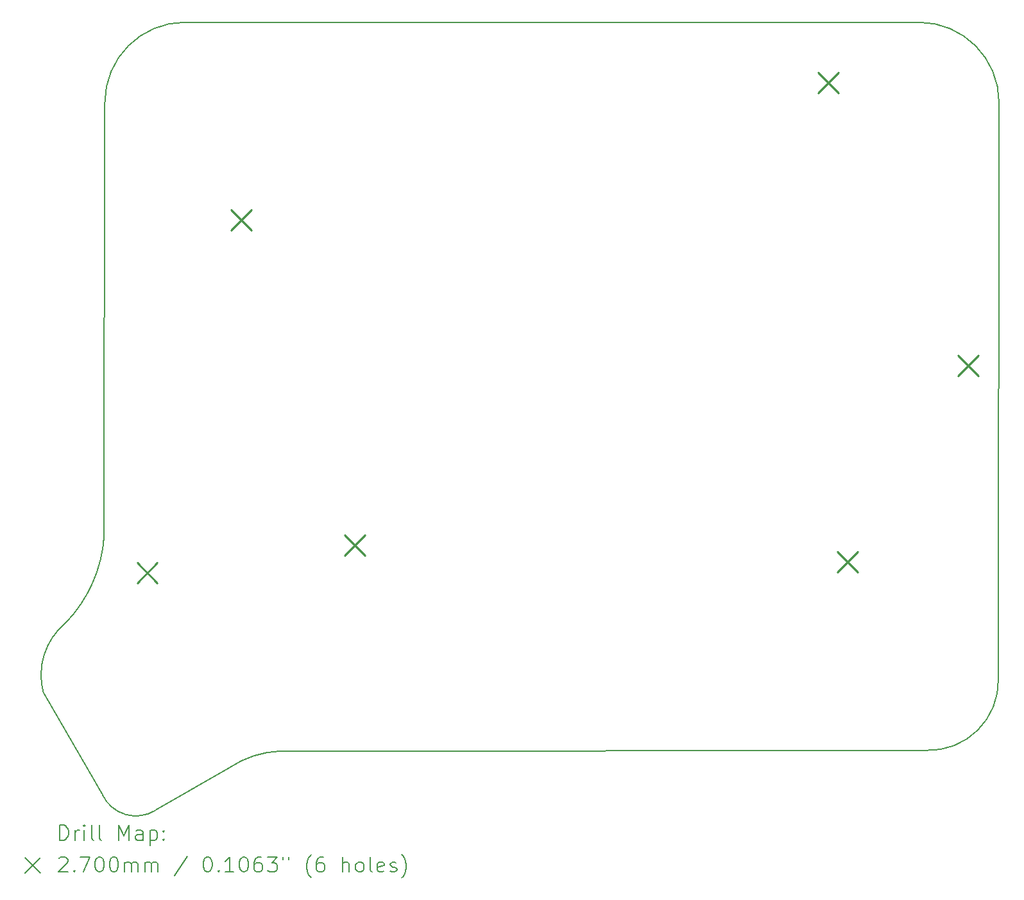
<source format=gbr>
%FSLAX45Y45*%
G04 Gerber Fmt 4.5, Leading zero omitted, Abs format (unit mm)*
G04 Created by KiCad (PCBNEW (6.0.5)) date 2022-06-01 14:16:51*
%MOMM*%
%LPD*%
G01*
G04 APERTURE LIST*
%TA.AperFunction,Profile*%
%ADD10C,0.200000*%
%TD*%
%ADD11C,0.200000*%
%ADD12C,0.270000*%
G04 APERTURE END LIST*
D10*
X8702688Y-11925536D02*
G75*
G03*
X8412221Y-12845069I566398J-684560D01*
G01*
X8702689Y-11925537D02*
G75*
G03*
X9212688Y-10775536I-1307239J1267817D01*
G01*
X10282454Y-3995069D02*
G75*
G03*
X9222454Y-5055069I0J-1060000D01*
G01*
X10282454Y-3995069D02*
X19961987Y-3995069D01*
X9888970Y-14398081D02*
X10876947Y-13827184D01*
X9212688Y-10775536D02*
X9222454Y-5055069D01*
X21012688Y-12665536D02*
X21021987Y-5055069D01*
X9192688Y-14195536D02*
X8412221Y-12845069D01*
X21021991Y-5055069D02*
G75*
G03*
X19961987Y-3995069I-1060011J-11D01*
G01*
X11532687Y-13615536D02*
X20062688Y-13605536D01*
X11532687Y-13615534D02*
G75*
G03*
X10876947Y-13827184I55023J-1292116D01*
G01*
X20062688Y-13605540D02*
G75*
G03*
X21012688Y-12665536I30212J919520D01*
G01*
X9192686Y-14195536D02*
G75*
G03*
X9888970Y-14398081I439474J212697D01*
G01*
D11*
D12*
X9647221Y-11130069D02*
X9917221Y-11400069D01*
X9917221Y-11130069D02*
X9647221Y-11400069D01*
X10887221Y-6470069D02*
X11157221Y-6740069D01*
X11157221Y-6470069D02*
X10887221Y-6740069D01*
X12387687Y-10760536D02*
X12657687Y-11030536D01*
X12657687Y-10760536D02*
X12387687Y-11030536D01*
X18637221Y-4660069D02*
X18907221Y-4930069D01*
X18907221Y-4660069D02*
X18637221Y-4930069D01*
X18887688Y-10980536D02*
X19157688Y-11250536D01*
X19157688Y-10980536D02*
X18887688Y-11250536D01*
X20477221Y-8390069D02*
X20747221Y-8660069D01*
X20747221Y-8390069D02*
X20477221Y-8660069D01*
D11*
X8628206Y-14791555D02*
X8628206Y-14591555D01*
X8675825Y-14591555D01*
X8704397Y-14601079D01*
X8723444Y-14620126D01*
X8732968Y-14639174D01*
X8742492Y-14677269D01*
X8742492Y-14705841D01*
X8732968Y-14743936D01*
X8723444Y-14762983D01*
X8704397Y-14782031D01*
X8675825Y-14791555D01*
X8628206Y-14791555D01*
X8828206Y-14791555D02*
X8828206Y-14658221D01*
X8828206Y-14696317D02*
X8837730Y-14677269D01*
X8847254Y-14667745D01*
X8866301Y-14658221D01*
X8885349Y-14658221D01*
X8952016Y-14791555D02*
X8952016Y-14658221D01*
X8952016Y-14591555D02*
X8942492Y-14601079D01*
X8952016Y-14610602D01*
X8961539Y-14601079D01*
X8952016Y-14591555D01*
X8952016Y-14610602D01*
X9075825Y-14791555D02*
X9056777Y-14782031D01*
X9047254Y-14762983D01*
X9047254Y-14591555D01*
X9180587Y-14791555D02*
X9161539Y-14782031D01*
X9152016Y-14762983D01*
X9152016Y-14591555D01*
X9409158Y-14791555D02*
X9409158Y-14591555D01*
X9475825Y-14734412D01*
X9542492Y-14591555D01*
X9542492Y-14791555D01*
X9723444Y-14791555D02*
X9723444Y-14686793D01*
X9713920Y-14667745D01*
X9694873Y-14658221D01*
X9656777Y-14658221D01*
X9637730Y-14667745D01*
X9723444Y-14782031D02*
X9704397Y-14791555D01*
X9656777Y-14791555D01*
X9637730Y-14782031D01*
X9628206Y-14762983D01*
X9628206Y-14743936D01*
X9637730Y-14724888D01*
X9656777Y-14715364D01*
X9704397Y-14715364D01*
X9723444Y-14705841D01*
X9818682Y-14658221D02*
X9818682Y-14858221D01*
X9818682Y-14667745D02*
X9837730Y-14658221D01*
X9875825Y-14658221D01*
X9894873Y-14667745D01*
X9904397Y-14677269D01*
X9913920Y-14696317D01*
X9913920Y-14753460D01*
X9904397Y-14772507D01*
X9894873Y-14782031D01*
X9875825Y-14791555D01*
X9837730Y-14791555D01*
X9818682Y-14782031D01*
X9999635Y-14772507D02*
X10009158Y-14782031D01*
X9999635Y-14791555D01*
X9990111Y-14782031D01*
X9999635Y-14772507D01*
X9999635Y-14791555D01*
X9999635Y-14667745D02*
X10009158Y-14677269D01*
X9999635Y-14686793D01*
X9990111Y-14677269D01*
X9999635Y-14667745D01*
X9999635Y-14686793D01*
X8170587Y-15021079D02*
X8370587Y-15221079D01*
X8370587Y-15021079D02*
X8170587Y-15221079D01*
X8618682Y-15030602D02*
X8628206Y-15021079D01*
X8647254Y-15011555D01*
X8694873Y-15011555D01*
X8713920Y-15021079D01*
X8723444Y-15030602D01*
X8732968Y-15049650D01*
X8732968Y-15068698D01*
X8723444Y-15097269D01*
X8609158Y-15211555D01*
X8732968Y-15211555D01*
X8818682Y-15192507D02*
X8828206Y-15202031D01*
X8818682Y-15211555D01*
X8809158Y-15202031D01*
X8818682Y-15192507D01*
X8818682Y-15211555D01*
X8894873Y-15011555D02*
X9028206Y-15011555D01*
X8942492Y-15211555D01*
X9142492Y-15011555D02*
X9161539Y-15011555D01*
X9180587Y-15021079D01*
X9190111Y-15030602D01*
X9199635Y-15049650D01*
X9209158Y-15087745D01*
X9209158Y-15135364D01*
X9199635Y-15173460D01*
X9190111Y-15192507D01*
X9180587Y-15202031D01*
X9161539Y-15211555D01*
X9142492Y-15211555D01*
X9123444Y-15202031D01*
X9113920Y-15192507D01*
X9104397Y-15173460D01*
X9094873Y-15135364D01*
X9094873Y-15087745D01*
X9104397Y-15049650D01*
X9113920Y-15030602D01*
X9123444Y-15021079D01*
X9142492Y-15011555D01*
X9332968Y-15011555D02*
X9352016Y-15011555D01*
X9371063Y-15021079D01*
X9380587Y-15030602D01*
X9390111Y-15049650D01*
X9399635Y-15087745D01*
X9399635Y-15135364D01*
X9390111Y-15173460D01*
X9380587Y-15192507D01*
X9371063Y-15202031D01*
X9352016Y-15211555D01*
X9332968Y-15211555D01*
X9313920Y-15202031D01*
X9304397Y-15192507D01*
X9294873Y-15173460D01*
X9285349Y-15135364D01*
X9285349Y-15087745D01*
X9294873Y-15049650D01*
X9304397Y-15030602D01*
X9313920Y-15021079D01*
X9332968Y-15011555D01*
X9485349Y-15211555D02*
X9485349Y-15078221D01*
X9485349Y-15097269D02*
X9494873Y-15087745D01*
X9513920Y-15078221D01*
X9542492Y-15078221D01*
X9561539Y-15087745D01*
X9571063Y-15106793D01*
X9571063Y-15211555D01*
X9571063Y-15106793D02*
X9580587Y-15087745D01*
X9599635Y-15078221D01*
X9628206Y-15078221D01*
X9647254Y-15087745D01*
X9656777Y-15106793D01*
X9656777Y-15211555D01*
X9752016Y-15211555D02*
X9752016Y-15078221D01*
X9752016Y-15097269D02*
X9761539Y-15087745D01*
X9780587Y-15078221D01*
X9809158Y-15078221D01*
X9828206Y-15087745D01*
X9837730Y-15106793D01*
X9837730Y-15211555D01*
X9837730Y-15106793D02*
X9847254Y-15087745D01*
X9866301Y-15078221D01*
X9894873Y-15078221D01*
X9913920Y-15087745D01*
X9923444Y-15106793D01*
X9923444Y-15211555D01*
X10313920Y-15002031D02*
X10142492Y-15259174D01*
X10571063Y-15011555D02*
X10590111Y-15011555D01*
X10609158Y-15021079D01*
X10618682Y-15030602D01*
X10628206Y-15049650D01*
X10637730Y-15087745D01*
X10637730Y-15135364D01*
X10628206Y-15173460D01*
X10618682Y-15192507D01*
X10609158Y-15202031D01*
X10590111Y-15211555D01*
X10571063Y-15211555D01*
X10552016Y-15202031D01*
X10542492Y-15192507D01*
X10532968Y-15173460D01*
X10523444Y-15135364D01*
X10523444Y-15087745D01*
X10532968Y-15049650D01*
X10542492Y-15030602D01*
X10552016Y-15021079D01*
X10571063Y-15011555D01*
X10723444Y-15192507D02*
X10732968Y-15202031D01*
X10723444Y-15211555D01*
X10713920Y-15202031D01*
X10723444Y-15192507D01*
X10723444Y-15211555D01*
X10923444Y-15211555D02*
X10809158Y-15211555D01*
X10866301Y-15211555D02*
X10866301Y-15011555D01*
X10847254Y-15040126D01*
X10828206Y-15059174D01*
X10809158Y-15068698D01*
X11047254Y-15011555D02*
X11066301Y-15011555D01*
X11085349Y-15021079D01*
X11094873Y-15030602D01*
X11104397Y-15049650D01*
X11113920Y-15087745D01*
X11113920Y-15135364D01*
X11104397Y-15173460D01*
X11094873Y-15192507D01*
X11085349Y-15202031D01*
X11066301Y-15211555D01*
X11047254Y-15211555D01*
X11028206Y-15202031D01*
X11018682Y-15192507D01*
X11009158Y-15173460D01*
X10999635Y-15135364D01*
X10999635Y-15087745D01*
X11009158Y-15049650D01*
X11018682Y-15030602D01*
X11028206Y-15021079D01*
X11047254Y-15011555D01*
X11285349Y-15011555D02*
X11247254Y-15011555D01*
X11228206Y-15021079D01*
X11218682Y-15030602D01*
X11199635Y-15059174D01*
X11190111Y-15097269D01*
X11190111Y-15173460D01*
X11199635Y-15192507D01*
X11209158Y-15202031D01*
X11228206Y-15211555D01*
X11266301Y-15211555D01*
X11285349Y-15202031D01*
X11294873Y-15192507D01*
X11304396Y-15173460D01*
X11304396Y-15125841D01*
X11294873Y-15106793D01*
X11285349Y-15097269D01*
X11266301Y-15087745D01*
X11228206Y-15087745D01*
X11209158Y-15097269D01*
X11199635Y-15106793D01*
X11190111Y-15125841D01*
X11371063Y-15011555D02*
X11494873Y-15011555D01*
X11428206Y-15087745D01*
X11456777Y-15087745D01*
X11475825Y-15097269D01*
X11485349Y-15106793D01*
X11494873Y-15125841D01*
X11494873Y-15173460D01*
X11485349Y-15192507D01*
X11475825Y-15202031D01*
X11456777Y-15211555D01*
X11399635Y-15211555D01*
X11380587Y-15202031D01*
X11371063Y-15192507D01*
X11571063Y-15011555D02*
X11571063Y-15049650D01*
X11647254Y-15011555D02*
X11647254Y-15049650D01*
X11942492Y-15287745D02*
X11932968Y-15278221D01*
X11913920Y-15249650D01*
X11904396Y-15230602D01*
X11894873Y-15202031D01*
X11885349Y-15154412D01*
X11885349Y-15116317D01*
X11894873Y-15068698D01*
X11904396Y-15040126D01*
X11913920Y-15021079D01*
X11932968Y-14992507D01*
X11942492Y-14982983D01*
X12104396Y-15011555D02*
X12066301Y-15011555D01*
X12047254Y-15021079D01*
X12037730Y-15030602D01*
X12018682Y-15059174D01*
X12009158Y-15097269D01*
X12009158Y-15173460D01*
X12018682Y-15192507D01*
X12028206Y-15202031D01*
X12047254Y-15211555D01*
X12085349Y-15211555D01*
X12104396Y-15202031D01*
X12113920Y-15192507D01*
X12123444Y-15173460D01*
X12123444Y-15125841D01*
X12113920Y-15106793D01*
X12104396Y-15097269D01*
X12085349Y-15087745D01*
X12047254Y-15087745D01*
X12028206Y-15097269D01*
X12018682Y-15106793D01*
X12009158Y-15125841D01*
X12361539Y-15211555D02*
X12361539Y-15011555D01*
X12447254Y-15211555D02*
X12447254Y-15106793D01*
X12437730Y-15087745D01*
X12418682Y-15078221D01*
X12390111Y-15078221D01*
X12371063Y-15087745D01*
X12361539Y-15097269D01*
X12571063Y-15211555D02*
X12552015Y-15202031D01*
X12542492Y-15192507D01*
X12532968Y-15173460D01*
X12532968Y-15116317D01*
X12542492Y-15097269D01*
X12552015Y-15087745D01*
X12571063Y-15078221D01*
X12599635Y-15078221D01*
X12618682Y-15087745D01*
X12628206Y-15097269D01*
X12637730Y-15116317D01*
X12637730Y-15173460D01*
X12628206Y-15192507D01*
X12618682Y-15202031D01*
X12599635Y-15211555D01*
X12571063Y-15211555D01*
X12752015Y-15211555D02*
X12732968Y-15202031D01*
X12723444Y-15182983D01*
X12723444Y-15011555D01*
X12904396Y-15202031D02*
X12885349Y-15211555D01*
X12847254Y-15211555D01*
X12828206Y-15202031D01*
X12818682Y-15182983D01*
X12818682Y-15106793D01*
X12828206Y-15087745D01*
X12847254Y-15078221D01*
X12885349Y-15078221D01*
X12904396Y-15087745D01*
X12913920Y-15106793D01*
X12913920Y-15125841D01*
X12818682Y-15144888D01*
X12990111Y-15202031D02*
X13009158Y-15211555D01*
X13047254Y-15211555D01*
X13066301Y-15202031D01*
X13075825Y-15182983D01*
X13075825Y-15173460D01*
X13066301Y-15154412D01*
X13047254Y-15144888D01*
X13018682Y-15144888D01*
X12999635Y-15135364D01*
X12990111Y-15116317D01*
X12990111Y-15106793D01*
X12999635Y-15087745D01*
X13018682Y-15078221D01*
X13047254Y-15078221D01*
X13066301Y-15087745D01*
X13142492Y-15287745D02*
X13152015Y-15278221D01*
X13171063Y-15249650D01*
X13180587Y-15230602D01*
X13190111Y-15202031D01*
X13199635Y-15154412D01*
X13199635Y-15116317D01*
X13190111Y-15068698D01*
X13180587Y-15040126D01*
X13171063Y-15021079D01*
X13152015Y-14992507D01*
X13142492Y-14982983D01*
M02*

</source>
